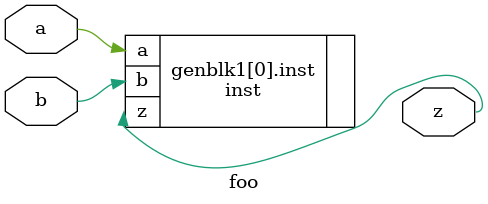
<source format=sv>
module foo (
    input wire a,
    input wire b,
    output reg z
);

    localparam CONST=1;

    generate
        for (genvar i=0; i<CONST; i++)
            inst inst(
                .a(a[i]),
                .b(b[i]),
                .z(z[i])
            );
    endgenerate

endmodule


// Local Variables:
// verilog-indent-lists: nil
// End:

</source>
